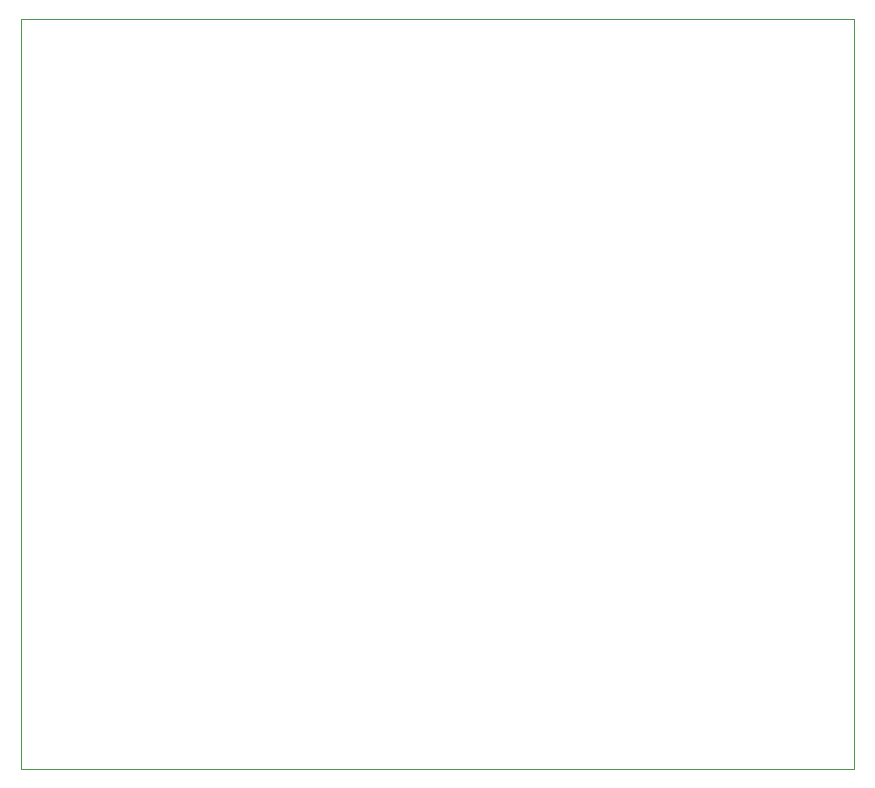
<source format=gbr>
%TF.GenerationSoftware,KiCad,Pcbnew,9.0.5*%
%TF.CreationDate,2025-10-25T15:36:59+02:00*%
%TF.ProjectId,Timmer-555-monostable,54696d6d-6572-42d3-9535-352d6d6f6e6f,rev?*%
%TF.SameCoordinates,Original*%
%TF.FileFunction,Profile,NP*%
%FSLAX46Y46*%
G04 Gerber Fmt 4.6, Leading zero omitted, Abs format (unit mm)*
G04 Created by KiCad (PCBNEW 9.0.5) date 2025-10-25 15:36:59*
%MOMM*%
%LPD*%
G01*
G04 APERTURE LIST*
%TA.AperFunction,Profile*%
%ADD10C,0.050000*%
%TD*%
G04 APERTURE END LIST*
D10*
X90500000Y-23000000D02*
X161000000Y-23000000D01*
X161000000Y-86500000D01*
X90500000Y-86500000D01*
X90500000Y-23000000D01*
M02*

</source>
